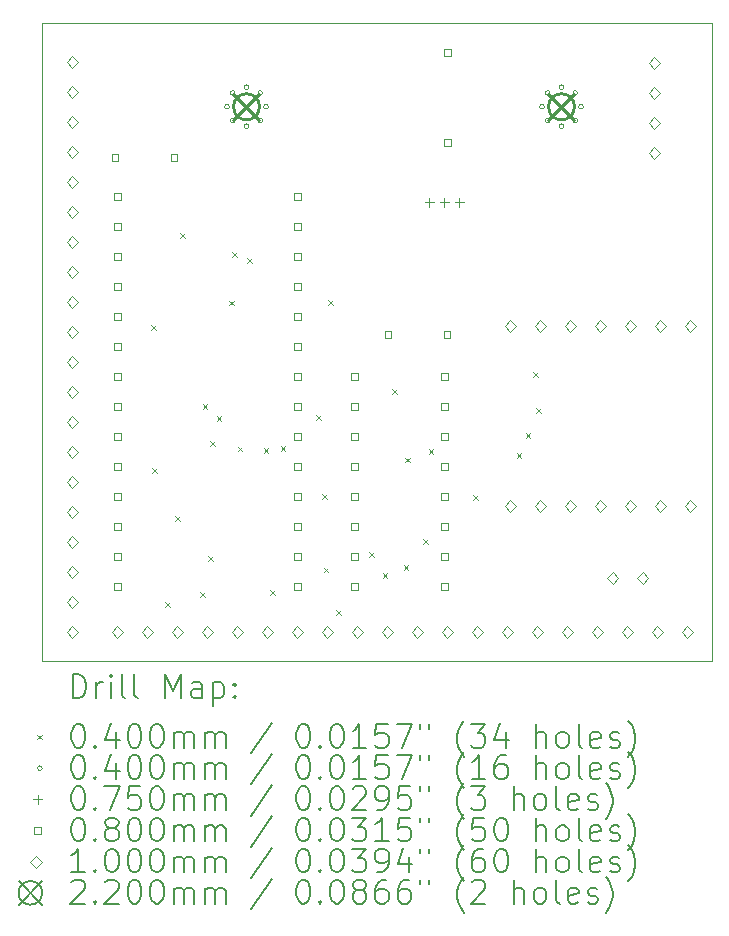
<source format=gbr>
%TF.GenerationSoftware,KiCad,Pcbnew,(6.0.11)*%
%TF.CreationDate,2024-10-09T23:18:14+02:00*%
%TF.ProjectId,kicad-c128keyb,6b696361-642d-4633-9132-386b6579622e,rev?*%
%TF.SameCoordinates,Original*%
%TF.FileFunction,Drillmap*%
%TF.FilePolarity,Positive*%
%FSLAX45Y45*%
G04 Gerber Fmt 4.5, Leading zero omitted, Abs format (unit mm)*
G04 Created by KiCad (PCBNEW (6.0.11)) date 2024-10-09 23:18:14*
%MOMM*%
%LPD*%
G01*
G04 APERTURE LIST*
%ADD10C,0.050000*%
%ADD11C,0.200000*%
%ADD12C,0.040000*%
%ADD13C,0.075000*%
%ADD14C,0.080000*%
%ADD15C,0.100000*%
%ADD16C,0.220000*%
G04 APERTURE END LIST*
D10*
X16131159Y-11906831D02*
X10464800Y-11906831D01*
X10464800Y-11906831D02*
X10464800Y-6502400D01*
X10464800Y-6502400D02*
X16131159Y-6502400D01*
X16131159Y-6502400D02*
X16131159Y-11906831D01*
D11*
D12*
X11382550Y-9060820D02*
X11422550Y-9100820D01*
X11422550Y-9060820D02*
X11382550Y-9100820D01*
X11392970Y-10271590D02*
X11432970Y-10311590D01*
X11432970Y-10271590D02*
X11392970Y-10311590D01*
X11500790Y-11405150D02*
X11540790Y-11445150D01*
X11540790Y-11405150D02*
X11500790Y-11445150D01*
X11590180Y-10676850D02*
X11630180Y-10716850D01*
X11630180Y-10676850D02*
X11590180Y-10716850D01*
X11630310Y-8282710D02*
X11670310Y-8322710D01*
X11670310Y-8282710D02*
X11630310Y-8322710D01*
X11800390Y-11323520D02*
X11840390Y-11363520D01*
X11840390Y-11323520D02*
X11800390Y-11363520D01*
X11821850Y-9732100D02*
X11861850Y-9772100D01*
X11861850Y-9732100D02*
X11821850Y-9772100D01*
X11867110Y-11018440D02*
X11907110Y-11058440D01*
X11907110Y-11018440D02*
X11867110Y-11058440D01*
X11883510Y-10046980D02*
X11923510Y-10086980D01*
X11923510Y-10046980D02*
X11883510Y-10086980D01*
X11939740Y-9836100D02*
X11979740Y-9876100D01*
X11979740Y-9836100D02*
X11939740Y-9876100D01*
X12047630Y-8854590D02*
X12087630Y-8894590D01*
X12087630Y-8854590D02*
X12047630Y-8894590D01*
X12071420Y-8444970D02*
X12111420Y-8484970D01*
X12111420Y-8444970D02*
X12071420Y-8484970D01*
X12117050Y-10091900D02*
X12157050Y-10131900D01*
X12157050Y-10091900D02*
X12117050Y-10131900D01*
X12195510Y-8492780D02*
X12235510Y-8532780D01*
X12235510Y-8492780D02*
X12195510Y-8532780D01*
X12338140Y-10106180D02*
X12378140Y-10146180D01*
X12378140Y-10106180D02*
X12338140Y-10146180D01*
X12390150Y-11309000D02*
X12430150Y-11349000D01*
X12430150Y-11309000D02*
X12390150Y-11349000D01*
X12481300Y-10087340D02*
X12521300Y-10127340D01*
X12521300Y-10087340D02*
X12481300Y-10127340D01*
X12783770Y-9822440D02*
X12823770Y-9862440D01*
X12823770Y-9822440D02*
X12783770Y-9862440D01*
X12835630Y-10494100D02*
X12875630Y-10534100D01*
X12875630Y-10494100D02*
X12835630Y-10534100D01*
X12845510Y-11116020D02*
X12885510Y-11156020D01*
X12885510Y-11116020D02*
X12845510Y-11156020D01*
X12884610Y-8850230D02*
X12924610Y-8890230D01*
X12924610Y-8850230D02*
X12884610Y-8890230D01*
X12949680Y-11477840D02*
X12989680Y-11517840D01*
X12989680Y-11477840D02*
X12949680Y-11517840D01*
X13231800Y-10984050D02*
X13271800Y-11024050D01*
X13271800Y-10984050D02*
X13231800Y-11024050D01*
X13344530Y-11165090D02*
X13384530Y-11205090D01*
X13384530Y-11165090D02*
X13344530Y-11205090D01*
X13423080Y-9605250D02*
X13463080Y-9645250D01*
X13463080Y-9605250D02*
X13423080Y-9645250D01*
X13521650Y-11092400D02*
X13561650Y-11132400D01*
X13561650Y-11092400D02*
X13521650Y-11132400D01*
X13534570Y-10184430D02*
X13574570Y-10224430D01*
X13574570Y-10184430D02*
X13534570Y-10224430D01*
X13686510Y-10875810D02*
X13726510Y-10915810D01*
X13726510Y-10875810D02*
X13686510Y-10915810D01*
X13734460Y-10111660D02*
X13774460Y-10151660D01*
X13774460Y-10111660D02*
X13734460Y-10151660D01*
X14113390Y-10502000D02*
X14153390Y-10542000D01*
X14153390Y-10502000D02*
X14113390Y-10542000D01*
X14480260Y-10147940D02*
X14520260Y-10187940D01*
X14520260Y-10147940D02*
X14480260Y-10187940D01*
X14556750Y-9974340D02*
X14596750Y-10014340D01*
X14596750Y-9974340D02*
X14556750Y-10014340D01*
X14621330Y-9461650D02*
X14661330Y-9501650D01*
X14661330Y-9461650D02*
X14621330Y-9501650D01*
X14646610Y-9765770D02*
X14686610Y-9805770D01*
X14686610Y-9765770D02*
X14646610Y-9805770D01*
X12047000Y-7213600D02*
G75*
G03*
X12047000Y-7213600I-20000J0D01*
G01*
X12095327Y-7096927D02*
G75*
G03*
X12095327Y-7096927I-20000J0D01*
G01*
X12095327Y-7330273D02*
G75*
G03*
X12095327Y-7330273I-20000J0D01*
G01*
X12212000Y-7048600D02*
G75*
G03*
X12212000Y-7048600I-20000J0D01*
G01*
X12212000Y-7378600D02*
G75*
G03*
X12212000Y-7378600I-20000J0D01*
G01*
X12328673Y-7096927D02*
G75*
G03*
X12328673Y-7096927I-20000J0D01*
G01*
X12328673Y-7330273D02*
G75*
G03*
X12328673Y-7330273I-20000J0D01*
G01*
X12377000Y-7213600D02*
G75*
G03*
X12377000Y-7213600I-20000J0D01*
G01*
X14714000Y-7213600D02*
G75*
G03*
X14714000Y-7213600I-20000J0D01*
G01*
X14762327Y-7096927D02*
G75*
G03*
X14762327Y-7096927I-20000J0D01*
G01*
X14762327Y-7330273D02*
G75*
G03*
X14762327Y-7330273I-20000J0D01*
G01*
X14879000Y-7048600D02*
G75*
G03*
X14879000Y-7048600I-20000J0D01*
G01*
X14879000Y-7378600D02*
G75*
G03*
X14879000Y-7378600I-20000J0D01*
G01*
X14995673Y-7096927D02*
G75*
G03*
X14995673Y-7096927I-20000J0D01*
G01*
X14995673Y-7330273D02*
G75*
G03*
X14995673Y-7330273I-20000J0D01*
G01*
X15044000Y-7213600D02*
G75*
G03*
X15044000Y-7213600I-20000J0D01*
G01*
D13*
X13741400Y-7986800D02*
X13741400Y-8061800D01*
X13703900Y-8024300D02*
X13778900Y-8024300D01*
X13868400Y-7986800D02*
X13868400Y-8061800D01*
X13830900Y-8024300D02*
X13905900Y-8024300D01*
X13995400Y-7986800D02*
X13995400Y-8061800D01*
X13957900Y-8024300D02*
X14032900Y-8024300D01*
D14*
X11106685Y-7673684D02*
X11106685Y-7617115D01*
X11050116Y-7617115D01*
X11050116Y-7673684D01*
X11106685Y-7673684D01*
X11127585Y-8002384D02*
X11127585Y-7945815D01*
X11071016Y-7945815D01*
X11071016Y-8002384D01*
X11127585Y-8002384D01*
X11127585Y-8256384D02*
X11127585Y-8199815D01*
X11071016Y-8199815D01*
X11071016Y-8256384D01*
X11127585Y-8256384D01*
X11127585Y-8510385D02*
X11127585Y-8453816D01*
X11071016Y-8453816D01*
X11071016Y-8510385D01*
X11127585Y-8510385D01*
X11127585Y-8764385D02*
X11127585Y-8707816D01*
X11071016Y-8707816D01*
X11071016Y-8764385D01*
X11127585Y-8764385D01*
X11127585Y-9018385D02*
X11127585Y-8961816D01*
X11071016Y-8961816D01*
X11071016Y-9018385D01*
X11127585Y-9018385D01*
X11127585Y-9272385D02*
X11127585Y-9215816D01*
X11071016Y-9215816D01*
X11071016Y-9272385D01*
X11127585Y-9272385D01*
X11127585Y-9526385D02*
X11127585Y-9469816D01*
X11071016Y-9469816D01*
X11071016Y-9526385D01*
X11127585Y-9526385D01*
X11127585Y-9780385D02*
X11127585Y-9723816D01*
X11071016Y-9723816D01*
X11071016Y-9780385D01*
X11127585Y-9780385D01*
X11127585Y-10034385D02*
X11127585Y-9977816D01*
X11071016Y-9977816D01*
X11071016Y-10034385D01*
X11127585Y-10034385D01*
X11127585Y-10288385D02*
X11127585Y-10231816D01*
X11071016Y-10231816D01*
X11071016Y-10288385D01*
X11127585Y-10288385D01*
X11127585Y-10542385D02*
X11127585Y-10485816D01*
X11071016Y-10485816D01*
X11071016Y-10542385D01*
X11127585Y-10542385D01*
X11127585Y-10796385D02*
X11127585Y-10739816D01*
X11071016Y-10739816D01*
X11071016Y-10796385D01*
X11127585Y-10796385D01*
X11127585Y-11050385D02*
X11127585Y-10993816D01*
X11071016Y-10993816D01*
X11071016Y-11050385D01*
X11127585Y-11050385D01*
X11127585Y-11304384D02*
X11127585Y-11247815D01*
X11071016Y-11247815D01*
X11071016Y-11304384D01*
X11127585Y-11304384D01*
X11606684Y-7673684D02*
X11606684Y-7617115D01*
X11550115Y-7617115D01*
X11550115Y-7673684D01*
X11606684Y-7673684D01*
X12651584Y-8002384D02*
X12651584Y-7945815D01*
X12595015Y-7945815D01*
X12595015Y-8002384D01*
X12651584Y-8002384D01*
X12651584Y-8256384D02*
X12651584Y-8199815D01*
X12595015Y-8199815D01*
X12595015Y-8256384D01*
X12651584Y-8256384D01*
X12651584Y-8510385D02*
X12651584Y-8453816D01*
X12595015Y-8453816D01*
X12595015Y-8510385D01*
X12651584Y-8510385D01*
X12651584Y-8764385D02*
X12651584Y-8707816D01*
X12595015Y-8707816D01*
X12595015Y-8764385D01*
X12651584Y-8764385D01*
X12651584Y-9018385D02*
X12651584Y-8961816D01*
X12595015Y-8961816D01*
X12595015Y-9018385D01*
X12651584Y-9018385D01*
X12651584Y-9272385D02*
X12651584Y-9215816D01*
X12595015Y-9215816D01*
X12595015Y-9272385D01*
X12651584Y-9272385D01*
X12651584Y-9526385D02*
X12651584Y-9469816D01*
X12595015Y-9469816D01*
X12595015Y-9526385D01*
X12651584Y-9526385D01*
X12651584Y-9780385D02*
X12651584Y-9723816D01*
X12595015Y-9723816D01*
X12595015Y-9780385D01*
X12651584Y-9780385D01*
X12651584Y-10034385D02*
X12651584Y-9977816D01*
X12595015Y-9977816D01*
X12595015Y-10034385D01*
X12651584Y-10034385D01*
X12651584Y-10288385D02*
X12651584Y-10231816D01*
X12595015Y-10231816D01*
X12595015Y-10288385D01*
X12651584Y-10288385D01*
X12651584Y-10542385D02*
X12651584Y-10485816D01*
X12595015Y-10485816D01*
X12595015Y-10542385D01*
X12651584Y-10542385D01*
X12651584Y-10796385D02*
X12651584Y-10739816D01*
X12595015Y-10739816D01*
X12595015Y-10796385D01*
X12651584Y-10796385D01*
X12651584Y-11050385D02*
X12651584Y-10993816D01*
X12595015Y-10993816D01*
X12595015Y-11050385D01*
X12651584Y-11050385D01*
X12651584Y-11304384D02*
X12651584Y-11247815D01*
X12595015Y-11247815D01*
X12595015Y-11304384D01*
X12651584Y-11304384D01*
X13135684Y-9526885D02*
X13135684Y-9470316D01*
X13079115Y-9470316D01*
X13079115Y-9526885D01*
X13135684Y-9526885D01*
X13135684Y-9780885D02*
X13135684Y-9724316D01*
X13079115Y-9724316D01*
X13079115Y-9780885D01*
X13135684Y-9780885D01*
X13135684Y-10034885D02*
X13135684Y-9978316D01*
X13079115Y-9978316D01*
X13079115Y-10034885D01*
X13135684Y-10034885D01*
X13135684Y-10288885D02*
X13135684Y-10232316D01*
X13079115Y-10232316D01*
X13079115Y-10288885D01*
X13135684Y-10288885D01*
X13135684Y-10542885D02*
X13135684Y-10486316D01*
X13079115Y-10486316D01*
X13079115Y-10542885D01*
X13135684Y-10542885D01*
X13135684Y-10796885D02*
X13135684Y-10740316D01*
X13079115Y-10740316D01*
X13079115Y-10796885D01*
X13135684Y-10796885D01*
X13135684Y-11050885D02*
X13135684Y-10994316D01*
X13079115Y-10994316D01*
X13079115Y-11050885D01*
X13135684Y-11050885D01*
X13135684Y-11304884D02*
X13135684Y-11248315D01*
X13079115Y-11248315D01*
X13079115Y-11304884D01*
X13135684Y-11304884D01*
X13418084Y-9172285D02*
X13418084Y-9115716D01*
X13361515Y-9115716D01*
X13361515Y-9172285D01*
X13418084Y-9172285D01*
X13897684Y-9526885D02*
X13897684Y-9470316D01*
X13841115Y-9470316D01*
X13841115Y-9526885D01*
X13897684Y-9526885D01*
X13897684Y-9780885D02*
X13897684Y-9724316D01*
X13841115Y-9724316D01*
X13841115Y-9780885D01*
X13897684Y-9780885D01*
X13897684Y-10034885D02*
X13897684Y-9978316D01*
X13841115Y-9978316D01*
X13841115Y-10034885D01*
X13897684Y-10034885D01*
X13897684Y-10288885D02*
X13897684Y-10232316D01*
X13841115Y-10232316D01*
X13841115Y-10288885D01*
X13897684Y-10288885D01*
X13897684Y-10542885D02*
X13897684Y-10486316D01*
X13841115Y-10486316D01*
X13841115Y-10542885D01*
X13897684Y-10542885D01*
X13897684Y-10796885D02*
X13897684Y-10740316D01*
X13841115Y-10740316D01*
X13841115Y-10796885D01*
X13897684Y-10796885D01*
X13897684Y-11050885D02*
X13897684Y-10994316D01*
X13841115Y-10994316D01*
X13841115Y-11050885D01*
X13897684Y-11050885D01*
X13897684Y-11304884D02*
X13897684Y-11248315D01*
X13841115Y-11248315D01*
X13841115Y-11304884D01*
X13897684Y-11304884D01*
X13918084Y-9172285D02*
X13918084Y-9115716D01*
X13861515Y-9115716D01*
X13861515Y-9172285D01*
X13918084Y-9172285D01*
X13922084Y-6784684D02*
X13922084Y-6728115D01*
X13865515Y-6728115D01*
X13865515Y-6784684D01*
X13922084Y-6784684D01*
X13922084Y-7546684D02*
X13922084Y-7490115D01*
X13865515Y-7490115D01*
X13865515Y-7546684D01*
X13922084Y-7546684D01*
D15*
X10718800Y-6882600D02*
X10768800Y-6832600D01*
X10718800Y-6782600D01*
X10668800Y-6832600D01*
X10718800Y-6882600D01*
X10718800Y-7136600D02*
X10768800Y-7086600D01*
X10718800Y-7036600D01*
X10668800Y-7086600D01*
X10718800Y-7136600D01*
X10718800Y-7390600D02*
X10768800Y-7340600D01*
X10718800Y-7290600D01*
X10668800Y-7340600D01*
X10718800Y-7390600D01*
X10718800Y-7644600D02*
X10768800Y-7594600D01*
X10718800Y-7544600D01*
X10668800Y-7594600D01*
X10718800Y-7644600D01*
X10718800Y-7898600D02*
X10768800Y-7848600D01*
X10718800Y-7798600D01*
X10668800Y-7848600D01*
X10718800Y-7898600D01*
X10718800Y-8152600D02*
X10768800Y-8102600D01*
X10718800Y-8052600D01*
X10668800Y-8102600D01*
X10718800Y-8152600D01*
X10718800Y-8406600D02*
X10768800Y-8356600D01*
X10718800Y-8306600D01*
X10668800Y-8356600D01*
X10718800Y-8406600D01*
X10718800Y-8660600D02*
X10768800Y-8610600D01*
X10718800Y-8560600D01*
X10668800Y-8610600D01*
X10718800Y-8660600D01*
X10718800Y-8914600D02*
X10768800Y-8864600D01*
X10718800Y-8814600D01*
X10668800Y-8864600D01*
X10718800Y-8914600D01*
X10718800Y-9168600D02*
X10768800Y-9118600D01*
X10718800Y-9068600D01*
X10668800Y-9118600D01*
X10718800Y-9168600D01*
X10718800Y-9422600D02*
X10768800Y-9372600D01*
X10718800Y-9322600D01*
X10668800Y-9372600D01*
X10718800Y-9422600D01*
X10718800Y-9676600D02*
X10768800Y-9626600D01*
X10718800Y-9576600D01*
X10668800Y-9626600D01*
X10718800Y-9676600D01*
X10718800Y-9930600D02*
X10768800Y-9880600D01*
X10718800Y-9830600D01*
X10668800Y-9880600D01*
X10718800Y-9930600D01*
X10718800Y-10184600D02*
X10768800Y-10134600D01*
X10718800Y-10084600D01*
X10668800Y-10134600D01*
X10718800Y-10184600D01*
X10718800Y-10438600D02*
X10768800Y-10388600D01*
X10718800Y-10338600D01*
X10668800Y-10388600D01*
X10718800Y-10438600D01*
X10718800Y-10692600D02*
X10768800Y-10642600D01*
X10718800Y-10592600D01*
X10668800Y-10642600D01*
X10718800Y-10692600D01*
X10718800Y-10946600D02*
X10768800Y-10896600D01*
X10718800Y-10846600D01*
X10668800Y-10896600D01*
X10718800Y-10946600D01*
X10718800Y-11200600D02*
X10768800Y-11150600D01*
X10718800Y-11100600D01*
X10668800Y-11150600D01*
X10718800Y-11200600D01*
X10718800Y-11454600D02*
X10768800Y-11404600D01*
X10718800Y-11354600D01*
X10668800Y-11404600D01*
X10718800Y-11454600D01*
X10718800Y-11708600D02*
X10768800Y-11658600D01*
X10718800Y-11608600D01*
X10668800Y-11658600D01*
X10718800Y-11708600D01*
X11099800Y-11708600D02*
X11149800Y-11658600D01*
X11099800Y-11608600D01*
X11049800Y-11658600D01*
X11099800Y-11708600D01*
X11353800Y-11708600D02*
X11403800Y-11658600D01*
X11353800Y-11608600D01*
X11303800Y-11658600D01*
X11353800Y-11708600D01*
X11607800Y-11708600D02*
X11657800Y-11658600D01*
X11607800Y-11608600D01*
X11557800Y-11658600D01*
X11607800Y-11708600D01*
X11861800Y-11708600D02*
X11911800Y-11658600D01*
X11861800Y-11608600D01*
X11811800Y-11658600D01*
X11861800Y-11708600D01*
X12115800Y-11708600D02*
X12165800Y-11658600D01*
X12115800Y-11608600D01*
X12065800Y-11658600D01*
X12115800Y-11708600D01*
X12369800Y-11708600D02*
X12419800Y-11658600D01*
X12369800Y-11608600D01*
X12319800Y-11658600D01*
X12369800Y-11708600D01*
X12623800Y-11708600D02*
X12673800Y-11658600D01*
X12623800Y-11608600D01*
X12573800Y-11658600D01*
X12623800Y-11708600D01*
X12877800Y-11708600D02*
X12927800Y-11658600D01*
X12877800Y-11608600D01*
X12827800Y-11658600D01*
X12877800Y-11708600D01*
X13131800Y-11708600D02*
X13181800Y-11658600D01*
X13131800Y-11608600D01*
X13081800Y-11658600D01*
X13131800Y-11708600D01*
X13385800Y-11708600D02*
X13435800Y-11658600D01*
X13385800Y-11608600D01*
X13335800Y-11658600D01*
X13385800Y-11708600D01*
X13639800Y-11708600D02*
X13689800Y-11658600D01*
X13639800Y-11608600D01*
X13589800Y-11658600D01*
X13639800Y-11708600D01*
X13893800Y-11708600D02*
X13943800Y-11658600D01*
X13893800Y-11608600D01*
X13843800Y-11658600D01*
X13893800Y-11708600D01*
X14147800Y-11708600D02*
X14197800Y-11658600D01*
X14147800Y-11608600D01*
X14097800Y-11658600D01*
X14147800Y-11708600D01*
X14401800Y-11708600D02*
X14451800Y-11658600D01*
X14401800Y-11608600D01*
X14351800Y-11658600D01*
X14401800Y-11708600D01*
X14427200Y-9117300D02*
X14477200Y-9067300D01*
X14427200Y-9017300D01*
X14377200Y-9067300D01*
X14427200Y-9117300D01*
X14427200Y-10642300D02*
X14477200Y-10592300D01*
X14427200Y-10542300D01*
X14377200Y-10592300D01*
X14427200Y-10642300D01*
X14655800Y-11708600D02*
X14705800Y-11658600D01*
X14655800Y-11608600D01*
X14605800Y-11658600D01*
X14655800Y-11708600D01*
X14681200Y-9117300D02*
X14731200Y-9067300D01*
X14681200Y-9017300D01*
X14631200Y-9067300D01*
X14681200Y-9117300D01*
X14681200Y-10642300D02*
X14731200Y-10592300D01*
X14681200Y-10542300D01*
X14631200Y-10592300D01*
X14681200Y-10642300D01*
X14909800Y-11708600D02*
X14959800Y-11658600D01*
X14909800Y-11608600D01*
X14859800Y-11658600D01*
X14909800Y-11708600D01*
X14935200Y-9117300D02*
X14985200Y-9067300D01*
X14935200Y-9017300D01*
X14885200Y-9067300D01*
X14935200Y-9117300D01*
X14935200Y-10642300D02*
X14985200Y-10592300D01*
X14935200Y-10542300D01*
X14885200Y-10592300D01*
X14935200Y-10642300D01*
X15163800Y-11708600D02*
X15213800Y-11658600D01*
X15163800Y-11608600D01*
X15113800Y-11658600D01*
X15163800Y-11708600D01*
X15189200Y-9117300D02*
X15239200Y-9067300D01*
X15189200Y-9017300D01*
X15139200Y-9067300D01*
X15189200Y-9117300D01*
X15189200Y-10642300D02*
X15239200Y-10592300D01*
X15189200Y-10542300D01*
X15139200Y-10592300D01*
X15189200Y-10642300D01*
X15291300Y-11251400D02*
X15341300Y-11201400D01*
X15291300Y-11151400D01*
X15241300Y-11201400D01*
X15291300Y-11251400D01*
X15417800Y-11708600D02*
X15467800Y-11658600D01*
X15417800Y-11608600D01*
X15367800Y-11658600D01*
X15417800Y-11708600D01*
X15443200Y-9117300D02*
X15493200Y-9067300D01*
X15443200Y-9017300D01*
X15393200Y-9067300D01*
X15443200Y-9117300D01*
X15443200Y-10642300D02*
X15493200Y-10592300D01*
X15443200Y-10542300D01*
X15393200Y-10592300D01*
X15443200Y-10642300D01*
X15545300Y-11251400D02*
X15595300Y-11201400D01*
X15545300Y-11151400D01*
X15495300Y-11201400D01*
X15545300Y-11251400D01*
X15646400Y-6895300D02*
X15696400Y-6845300D01*
X15646400Y-6795300D01*
X15596400Y-6845300D01*
X15646400Y-6895300D01*
X15646400Y-7149300D02*
X15696400Y-7099300D01*
X15646400Y-7049300D01*
X15596400Y-7099300D01*
X15646400Y-7149300D01*
X15646400Y-7403300D02*
X15696400Y-7353300D01*
X15646400Y-7303300D01*
X15596400Y-7353300D01*
X15646400Y-7403300D01*
X15646400Y-7657300D02*
X15696400Y-7607300D01*
X15646400Y-7557300D01*
X15596400Y-7607300D01*
X15646400Y-7657300D01*
X15671800Y-11708600D02*
X15721800Y-11658600D01*
X15671800Y-11608600D01*
X15621800Y-11658600D01*
X15671800Y-11708600D01*
X15697200Y-9117300D02*
X15747200Y-9067300D01*
X15697200Y-9017300D01*
X15647200Y-9067300D01*
X15697200Y-9117300D01*
X15697200Y-10642300D02*
X15747200Y-10592300D01*
X15697200Y-10542300D01*
X15647200Y-10592300D01*
X15697200Y-10642300D01*
X15925800Y-11708600D02*
X15975800Y-11658600D01*
X15925800Y-11608600D01*
X15875800Y-11658600D01*
X15925800Y-11708600D01*
X15951200Y-9117300D02*
X16001200Y-9067300D01*
X15951200Y-9017300D01*
X15901200Y-9067300D01*
X15951200Y-9117300D01*
X15951200Y-10642300D02*
X16001200Y-10592300D01*
X15951200Y-10542300D01*
X15901200Y-10592300D01*
X15951200Y-10642300D01*
D16*
X12082000Y-7103600D02*
X12302000Y-7323600D01*
X12302000Y-7103600D02*
X12082000Y-7323600D01*
X12302000Y-7213600D02*
G75*
G03*
X12302000Y-7213600I-110000J0D01*
G01*
X14749000Y-7103600D02*
X14969000Y-7323600D01*
X14969000Y-7103600D02*
X14749000Y-7323600D01*
X14969000Y-7213600D02*
G75*
G03*
X14969000Y-7213600I-110000J0D01*
G01*
D11*
X10719919Y-12219807D02*
X10719919Y-12019807D01*
X10767538Y-12019807D01*
X10796110Y-12029331D01*
X10815157Y-12048379D01*
X10824681Y-12067426D01*
X10834205Y-12105521D01*
X10834205Y-12134093D01*
X10824681Y-12172188D01*
X10815157Y-12191236D01*
X10796110Y-12210283D01*
X10767538Y-12219807D01*
X10719919Y-12219807D01*
X10919919Y-12219807D02*
X10919919Y-12086474D01*
X10919919Y-12124569D02*
X10929443Y-12105521D01*
X10938967Y-12095998D01*
X10958014Y-12086474D01*
X10977062Y-12086474D01*
X11043729Y-12219807D02*
X11043729Y-12086474D01*
X11043729Y-12019807D02*
X11034205Y-12029331D01*
X11043729Y-12038855D01*
X11053252Y-12029331D01*
X11043729Y-12019807D01*
X11043729Y-12038855D01*
X11167538Y-12219807D02*
X11148490Y-12210283D01*
X11138967Y-12191236D01*
X11138967Y-12019807D01*
X11272300Y-12219807D02*
X11253252Y-12210283D01*
X11243728Y-12191236D01*
X11243728Y-12019807D01*
X11500871Y-12219807D02*
X11500871Y-12019807D01*
X11567538Y-12162664D01*
X11634205Y-12019807D01*
X11634205Y-12219807D01*
X11815157Y-12219807D02*
X11815157Y-12115045D01*
X11805633Y-12095998D01*
X11786586Y-12086474D01*
X11748490Y-12086474D01*
X11729443Y-12095998D01*
X11815157Y-12210283D02*
X11796109Y-12219807D01*
X11748490Y-12219807D01*
X11729443Y-12210283D01*
X11719919Y-12191236D01*
X11719919Y-12172188D01*
X11729443Y-12153140D01*
X11748490Y-12143617D01*
X11796109Y-12143617D01*
X11815157Y-12134093D01*
X11910395Y-12086474D02*
X11910395Y-12286474D01*
X11910395Y-12095998D02*
X11929443Y-12086474D01*
X11967538Y-12086474D01*
X11986586Y-12095998D01*
X11996109Y-12105521D01*
X12005633Y-12124569D01*
X12005633Y-12181712D01*
X11996109Y-12200759D01*
X11986586Y-12210283D01*
X11967538Y-12219807D01*
X11929443Y-12219807D01*
X11910395Y-12210283D01*
X12091348Y-12200759D02*
X12100871Y-12210283D01*
X12091348Y-12219807D01*
X12081824Y-12210283D01*
X12091348Y-12200759D01*
X12091348Y-12219807D01*
X12091348Y-12095998D02*
X12100871Y-12105521D01*
X12091348Y-12115045D01*
X12081824Y-12105521D01*
X12091348Y-12095998D01*
X12091348Y-12115045D01*
D12*
X10422300Y-12529331D02*
X10462300Y-12569331D01*
X10462300Y-12529331D02*
X10422300Y-12569331D01*
D11*
X10758014Y-12439807D02*
X10777062Y-12439807D01*
X10796110Y-12449331D01*
X10805633Y-12458855D01*
X10815157Y-12477902D01*
X10824681Y-12515998D01*
X10824681Y-12563617D01*
X10815157Y-12601712D01*
X10805633Y-12620759D01*
X10796110Y-12630283D01*
X10777062Y-12639807D01*
X10758014Y-12639807D01*
X10738967Y-12630283D01*
X10729443Y-12620759D01*
X10719919Y-12601712D01*
X10710395Y-12563617D01*
X10710395Y-12515998D01*
X10719919Y-12477902D01*
X10729443Y-12458855D01*
X10738967Y-12449331D01*
X10758014Y-12439807D01*
X10910395Y-12620759D02*
X10919919Y-12630283D01*
X10910395Y-12639807D01*
X10900871Y-12630283D01*
X10910395Y-12620759D01*
X10910395Y-12639807D01*
X11091348Y-12506474D02*
X11091348Y-12639807D01*
X11043729Y-12430283D02*
X10996110Y-12573140D01*
X11119919Y-12573140D01*
X11234205Y-12439807D02*
X11253252Y-12439807D01*
X11272300Y-12449331D01*
X11281824Y-12458855D01*
X11291348Y-12477902D01*
X11300871Y-12515998D01*
X11300871Y-12563617D01*
X11291348Y-12601712D01*
X11281824Y-12620759D01*
X11272300Y-12630283D01*
X11253252Y-12639807D01*
X11234205Y-12639807D01*
X11215157Y-12630283D01*
X11205633Y-12620759D01*
X11196109Y-12601712D01*
X11186586Y-12563617D01*
X11186586Y-12515998D01*
X11196109Y-12477902D01*
X11205633Y-12458855D01*
X11215157Y-12449331D01*
X11234205Y-12439807D01*
X11424681Y-12439807D02*
X11443728Y-12439807D01*
X11462776Y-12449331D01*
X11472300Y-12458855D01*
X11481824Y-12477902D01*
X11491348Y-12515998D01*
X11491348Y-12563617D01*
X11481824Y-12601712D01*
X11472300Y-12620759D01*
X11462776Y-12630283D01*
X11443728Y-12639807D01*
X11424681Y-12639807D01*
X11405633Y-12630283D01*
X11396109Y-12620759D01*
X11386586Y-12601712D01*
X11377062Y-12563617D01*
X11377062Y-12515998D01*
X11386586Y-12477902D01*
X11396109Y-12458855D01*
X11405633Y-12449331D01*
X11424681Y-12439807D01*
X11577062Y-12639807D02*
X11577062Y-12506474D01*
X11577062Y-12525521D02*
X11586586Y-12515998D01*
X11605633Y-12506474D01*
X11634205Y-12506474D01*
X11653252Y-12515998D01*
X11662776Y-12535045D01*
X11662776Y-12639807D01*
X11662776Y-12535045D02*
X11672300Y-12515998D01*
X11691348Y-12506474D01*
X11719919Y-12506474D01*
X11738967Y-12515998D01*
X11748490Y-12535045D01*
X11748490Y-12639807D01*
X11843728Y-12639807D02*
X11843728Y-12506474D01*
X11843728Y-12525521D02*
X11853252Y-12515998D01*
X11872300Y-12506474D01*
X11900871Y-12506474D01*
X11919919Y-12515998D01*
X11929443Y-12535045D01*
X11929443Y-12639807D01*
X11929443Y-12535045D02*
X11938967Y-12515998D01*
X11958014Y-12506474D01*
X11986586Y-12506474D01*
X12005633Y-12515998D01*
X12015157Y-12535045D01*
X12015157Y-12639807D01*
X12405633Y-12430283D02*
X12234205Y-12687426D01*
X12662776Y-12439807D02*
X12681824Y-12439807D01*
X12700871Y-12449331D01*
X12710395Y-12458855D01*
X12719919Y-12477902D01*
X12729443Y-12515998D01*
X12729443Y-12563617D01*
X12719919Y-12601712D01*
X12710395Y-12620759D01*
X12700871Y-12630283D01*
X12681824Y-12639807D01*
X12662776Y-12639807D01*
X12643728Y-12630283D01*
X12634205Y-12620759D01*
X12624681Y-12601712D01*
X12615157Y-12563617D01*
X12615157Y-12515998D01*
X12624681Y-12477902D01*
X12634205Y-12458855D01*
X12643728Y-12449331D01*
X12662776Y-12439807D01*
X12815157Y-12620759D02*
X12824681Y-12630283D01*
X12815157Y-12639807D01*
X12805633Y-12630283D01*
X12815157Y-12620759D01*
X12815157Y-12639807D01*
X12948490Y-12439807D02*
X12967538Y-12439807D01*
X12986586Y-12449331D01*
X12996109Y-12458855D01*
X13005633Y-12477902D01*
X13015157Y-12515998D01*
X13015157Y-12563617D01*
X13005633Y-12601712D01*
X12996109Y-12620759D01*
X12986586Y-12630283D01*
X12967538Y-12639807D01*
X12948490Y-12639807D01*
X12929443Y-12630283D01*
X12919919Y-12620759D01*
X12910395Y-12601712D01*
X12900871Y-12563617D01*
X12900871Y-12515998D01*
X12910395Y-12477902D01*
X12919919Y-12458855D01*
X12929443Y-12449331D01*
X12948490Y-12439807D01*
X13205633Y-12639807D02*
X13091348Y-12639807D01*
X13148490Y-12639807D02*
X13148490Y-12439807D01*
X13129443Y-12468379D01*
X13110395Y-12487426D01*
X13091348Y-12496950D01*
X13386586Y-12439807D02*
X13291348Y-12439807D01*
X13281824Y-12535045D01*
X13291348Y-12525521D01*
X13310395Y-12515998D01*
X13358014Y-12515998D01*
X13377062Y-12525521D01*
X13386586Y-12535045D01*
X13396109Y-12554093D01*
X13396109Y-12601712D01*
X13386586Y-12620759D01*
X13377062Y-12630283D01*
X13358014Y-12639807D01*
X13310395Y-12639807D01*
X13291348Y-12630283D01*
X13281824Y-12620759D01*
X13462776Y-12439807D02*
X13596109Y-12439807D01*
X13510395Y-12639807D01*
X13662776Y-12439807D02*
X13662776Y-12477902D01*
X13738967Y-12439807D02*
X13738967Y-12477902D01*
X14034205Y-12715998D02*
X14024681Y-12706474D01*
X14005633Y-12677902D01*
X13996109Y-12658855D01*
X13986586Y-12630283D01*
X13977062Y-12582664D01*
X13977062Y-12544569D01*
X13986586Y-12496950D01*
X13996109Y-12468379D01*
X14005633Y-12449331D01*
X14024681Y-12420759D01*
X14034205Y-12411236D01*
X14091348Y-12439807D02*
X14215157Y-12439807D01*
X14148490Y-12515998D01*
X14177062Y-12515998D01*
X14196109Y-12525521D01*
X14205633Y-12535045D01*
X14215157Y-12554093D01*
X14215157Y-12601712D01*
X14205633Y-12620759D01*
X14196109Y-12630283D01*
X14177062Y-12639807D01*
X14119919Y-12639807D01*
X14100871Y-12630283D01*
X14091348Y-12620759D01*
X14386586Y-12506474D02*
X14386586Y-12639807D01*
X14338967Y-12430283D02*
X14291348Y-12573140D01*
X14415157Y-12573140D01*
X14643728Y-12639807D02*
X14643728Y-12439807D01*
X14729443Y-12639807D02*
X14729443Y-12535045D01*
X14719919Y-12515998D01*
X14700871Y-12506474D01*
X14672300Y-12506474D01*
X14653252Y-12515998D01*
X14643728Y-12525521D01*
X14853252Y-12639807D02*
X14834205Y-12630283D01*
X14824681Y-12620759D01*
X14815157Y-12601712D01*
X14815157Y-12544569D01*
X14824681Y-12525521D01*
X14834205Y-12515998D01*
X14853252Y-12506474D01*
X14881824Y-12506474D01*
X14900871Y-12515998D01*
X14910395Y-12525521D01*
X14919919Y-12544569D01*
X14919919Y-12601712D01*
X14910395Y-12620759D01*
X14900871Y-12630283D01*
X14881824Y-12639807D01*
X14853252Y-12639807D01*
X15034205Y-12639807D02*
X15015157Y-12630283D01*
X15005633Y-12611236D01*
X15005633Y-12439807D01*
X15186586Y-12630283D02*
X15167538Y-12639807D01*
X15129443Y-12639807D01*
X15110395Y-12630283D01*
X15100871Y-12611236D01*
X15100871Y-12535045D01*
X15110395Y-12515998D01*
X15129443Y-12506474D01*
X15167538Y-12506474D01*
X15186586Y-12515998D01*
X15196109Y-12535045D01*
X15196109Y-12554093D01*
X15100871Y-12573140D01*
X15272300Y-12630283D02*
X15291348Y-12639807D01*
X15329443Y-12639807D01*
X15348490Y-12630283D01*
X15358014Y-12611236D01*
X15358014Y-12601712D01*
X15348490Y-12582664D01*
X15329443Y-12573140D01*
X15300871Y-12573140D01*
X15281824Y-12563617D01*
X15272300Y-12544569D01*
X15272300Y-12535045D01*
X15281824Y-12515998D01*
X15300871Y-12506474D01*
X15329443Y-12506474D01*
X15348490Y-12515998D01*
X15424681Y-12715998D02*
X15434205Y-12706474D01*
X15453252Y-12677902D01*
X15462776Y-12658855D01*
X15472300Y-12630283D01*
X15481824Y-12582664D01*
X15481824Y-12544569D01*
X15472300Y-12496950D01*
X15462776Y-12468379D01*
X15453252Y-12449331D01*
X15434205Y-12420759D01*
X15424681Y-12411236D01*
D12*
X10462300Y-12813331D02*
G75*
G03*
X10462300Y-12813331I-20000J0D01*
G01*
D11*
X10758014Y-12703807D02*
X10777062Y-12703807D01*
X10796110Y-12713331D01*
X10805633Y-12722855D01*
X10815157Y-12741902D01*
X10824681Y-12779998D01*
X10824681Y-12827617D01*
X10815157Y-12865712D01*
X10805633Y-12884759D01*
X10796110Y-12894283D01*
X10777062Y-12903807D01*
X10758014Y-12903807D01*
X10738967Y-12894283D01*
X10729443Y-12884759D01*
X10719919Y-12865712D01*
X10710395Y-12827617D01*
X10710395Y-12779998D01*
X10719919Y-12741902D01*
X10729443Y-12722855D01*
X10738967Y-12713331D01*
X10758014Y-12703807D01*
X10910395Y-12884759D02*
X10919919Y-12894283D01*
X10910395Y-12903807D01*
X10900871Y-12894283D01*
X10910395Y-12884759D01*
X10910395Y-12903807D01*
X11091348Y-12770474D02*
X11091348Y-12903807D01*
X11043729Y-12694283D02*
X10996110Y-12837140D01*
X11119919Y-12837140D01*
X11234205Y-12703807D02*
X11253252Y-12703807D01*
X11272300Y-12713331D01*
X11281824Y-12722855D01*
X11291348Y-12741902D01*
X11300871Y-12779998D01*
X11300871Y-12827617D01*
X11291348Y-12865712D01*
X11281824Y-12884759D01*
X11272300Y-12894283D01*
X11253252Y-12903807D01*
X11234205Y-12903807D01*
X11215157Y-12894283D01*
X11205633Y-12884759D01*
X11196109Y-12865712D01*
X11186586Y-12827617D01*
X11186586Y-12779998D01*
X11196109Y-12741902D01*
X11205633Y-12722855D01*
X11215157Y-12713331D01*
X11234205Y-12703807D01*
X11424681Y-12703807D02*
X11443728Y-12703807D01*
X11462776Y-12713331D01*
X11472300Y-12722855D01*
X11481824Y-12741902D01*
X11491348Y-12779998D01*
X11491348Y-12827617D01*
X11481824Y-12865712D01*
X11472300Y-12884759D01*
X11462776Y-12894283D01*
X11443728Y-12903807D01*
X11424681Y-12903807D01*
X11405633Y-12894283D01*
X11396109Y-12884759D01*
X11386586Y-12865712D01*
X11377062Y-12827617D01*
X11377062Y-12779998D01*
X11386586Y-12741902D01*
X11396109Y-12722855D01*
X11405633Y-12713331D01*
X11424681Y-12703807D01*
X11577062Y-12903807D02*
X11577062Y-12770474D01*
X11577062Y-12789521D02*
X11586586Y-12779998D01*
X11605633Y-12770474D01*
X11634205Y-12770474D01*
X11653252Y-12779998D01*
X11662776Y-12799045D01*
X11662776Y-12903807D01*
X11662776Y-12799045D02*
X11672300Y-12779998D01*
X11691348Y-12770474D01*
X11719919Y-12770474D01*
X11738967Y-12779998D01*
X11748490Y-12799045D01*
X11748490Y-12903807D01*
X11843728Y-12903807D02*
X11843728Y-12770474D01*
X11843728Y-12789521D02*
X11853252Y-12779998D01*
X11872300Y-12770474D01*
X11900871Y-12770474D01*
X11919919Y-12779998D01*
X11929443Y-12799045D01*
X11929443Y-12903807D01*
X11929443Y-12799045D02*
X11938967Y-12779998D01*
X11958014Y-12770474D01*
X11986586Y-12770474D01*
X12005633Y-12779998D01*
X12015157Y-12799045D01*
X12015157Y-12903807D01*
X12405633Y-12694283D02*
X12234205Y-12951426D01*
X12662776Y-12703807D02*
X12681824Y-12703807D01*
X12700871Y-12713331D01*
X12710395Y-12722855D01*
X12719919Y-12741902D01*
X12729443Y-12779998D01*
X12729443Y-12827617D01*
X12719919Y-12865712D01*
X12710395Y-12884759D01*
X12700871Y-12894283D01*
X12681824Y-12903807D01*
X12662776Y-12903807D01*
X12643728Y-12894283D01*
X12634205Y-12884759D01*
X12624681Y-12865712D01*
X12615157Y-12827617D01*
X12615157Y-12779998D01*
X12624681Y-12741902D01*
X12634205Y-12722855D01*
X12643728Y-12713331D01*
X12662776Y-12703807D01*
X12815157Y-12884759D02*
X12824681Y-12894283D01*
X12815157Y-12903807D01*
X12805633Y-12894283D01*
X12815157Y-12884759D01*
X12815157Y-12903807D01*
X12948490Y-12703807D02*
X12967538Y-12703807D01*
X12986586Y-12713331D01*
X12996109Y-12722855D01*
X13005633Y-12741902D01*
X13015157Y-12779998D01*
X13015157Y-12827617D01*
X13005633Y-12865712D01*
X12996109Y-12884759D01*
X12986586Y-12894283D01*
X12967538Y-12903807D01*
X12948490Y-12903807D01*
X12929443Y-12894283D01*
X12919919Y-12884759D01*
X12910395Y-12865712D01*
X12900871Y-12827617D01*
X12900871Y-12779998D01*
X12910395Y-12741902D01*
X12919919Y-12722855D01*
X12929443Y-12713331D01*
X12948490Y-12703807D01*
X13205633Y-12903807D02*
X13091348Y-12903807D01*
X13148490Y-12903807D02*
X13148490Y-12703807D01*
X13129443Y-12732379D01*
X13110395Y-12751426D01*
X13091348Y-12760950D01*
X13386586Y-12703807D02*
X13291348Y-12703807D01*
X13281824Y-12799045D01*
X13291348Y-12789521D01*
X13310395Y-12779998D01*
X13358014Y-12779998D01*
X13377062Y-12789521D01*
X13386586Y-12799045D01*
X13396109Y-12818093D01*
X13396109Y-12865712D01*
X13386586Y-12884759D01*
X13377062Y-12894283D01*
X13358014Y-12903807D01*
X13310395Y-12903807D01*
X13291348Y-12894283D01*
X13281824Y-12884759D01*
X13462776Y-12703807D02*
X13596109Y-12703807D01*
X13510395Y-12903807D01*
X13662776Y-12703807D02*
X13662776Y-12741902D01*
X13738967Y-12703807D02*
X13738967Y-12741902D01*
X14034205Y-12979998D02*
X14024681Y-12970474D01*
X14005633Y-12941902D01*
X13996109Y-12922855D01*
X13986586Y-12894283D01*
X13977062Y-12846664D01*
X13977062Y-12808569D01*
X13986586Y-12760950D01*
X13996109Y-12732379D01*
X14005633Y-12713331D01*
X14024681Y-12684759D01*
X14034205Y-12675236D01*
X14215157Y-12903807D02*
X14100871Y-12903807D01*
X14158014Y-12903807D02*
X14158014Y-12703807D01*
X14138967Y-12732379D01*
X14119919Y-12751426D01*
X14100871Y-12760950D01*
X14386586Y-12703807D02*
X14348490Y-12703807D01*
X14329443Y-12713331D01*
X14319919Y-12722855D01*
X14300871Y-12751426D01*
X14291348Y-12789521D01*
X14291348Y-12865712D01*
X14300871Y-12884759D01*
X14310395Y-12894283D01*
X14329443Y-12903807D01*
X14367538Y-12903807D01*
X14386586Y-12894283D01*
X14396109Y-12884759D01*
X14405633Y-12865712D01*
X14405633Y-12818093D01*
X14396109Y-12799045D01*
X14386586Y-12789521D01*
X14367538Y-12779998D01*
X14329443Y-12779998D01*
X14310395Y-12789521D01*
X14300871Y-12799045D01*
X14291348Y-12818093D01*
X14643728Y-12903807D02*
X14643728Y-12703807D01*
X14729443Y-12903807D02*
X14729443Y-12799045D01*
X14719919Y-12779998D01*
X14700871Y-12770474D01*
X14672300Y-12770474D01*
X14653252Y-12779998D01*
X14643728Y-12789521D01*
X14853252Y-12903807D02*
X14834205Y-12894283D01*
X14824681Y-12884759D01*
X14815157Y-12865712D01*
X14815157Y-12808569D01*
X14824681Y-12789521D01*
X14834205Y-12779998D01*
X14853252Y-12770474D01*
X14881824Y-12770474D01*
X14900871Y-12779998D01*
X14910395Y-12789521D01*
X14919919Y-12808569D01*
X14919919Y-12865712D01*
X14910395Y-12884759D01*
X14900871Y-12894283D01*
X14881824Y-12903807D01*
X14853252Y-12903807D01*
X15034205Y-12903807D02*
X15015157Y-12894283D01*
X15005633Y-12875236D01*
X15005633Y-12703807D01*
X15186586Y-12894283D02*
X15167538Y-12903807D01*
X15129443Y-12903807D01*
X15110395Y-12894283D01*
X15100871Y-12875236D01*
X15100871Y-12799045D01*
X15110395Y-12779998D01*
X15129443Y-12770474D01*
X15167538Y-12770474D01*
X15186586Y-12779998D01*
X15196109Y-12799045D01*
X15196109Y-12818093D01*
X15100871Y-12837140D01*
X15272300Y-12894283D02*
X15291348Y-12903807D01*
X15329443Y-12903807D01*
X15348490Y-12894283D01*
X15358014Y-12875236D01*
X15358014Y-12865712D01*
X15348490Y-12846664D01*
X15329443Y-12837140D01*
X15300871Y-12837140D01*
X15281824Y-12827617D01*
X15272300Y-12808569D01*
X15272300Y-12799045D01*
X15281824Y-12779998D01*
X15300871Y-12770474D01*
X15329443Y-12770474D01*
X15348490Y-12779998D01*
X15424681Y-12979998D02*
X15434205Y-12970474D01*
X15453252Y-12941902D01*
X15462776Y-12922855D01*
X15472300Y-12894283D01*
X15481824Y-12846664D01*
X15481824Y-12808569D01*
X15472300Y-12760950D01*
X15462776Y-12732379D01*
X15453252Y-12713331D01*
X15434205Y-12684759D01*
X15424681Y-12675236D01*
D13*
X10424800Y-13039831D02*
X10424800Y-13114831D01*
X10387300Y-13077331D02*
X10462300Y-13077331D01*
D11*
X10758014Y-12967807D02*
X10777062Y-12967807D01*
X10796110Y-12977331D01*
X10805633Y-12986855D01*
X10815157Y-13005902D01*
X10824681Y-13043998D01*
X10824681Y-13091617D01*
X10815157Y-13129712D01*
X10805633Y-13148759D01*
X10796110Y-13158283D01*
X10777062Y-13167807D01*
X10758014Y-13167807D01*
X10738967Y-13158283D01*
X10729443Y-13148759D01*
X10719919Y-13129712D01*
X10710395Y-13091617D01*
X10710395Y-13043998D01*
X10719919Y-13005902D01*
X10729443Y-12986855D01*
X10738967Y-12977331D01*
X10758014Y-12967807D01*
X10910395Y-13148759D02*
X10919919Y-13158283D01*
X10910395Y-13167807D01*
X10900871Y-13158283D01*
X10910395Y-13148759D01*
X10910395Y-13167807D01*
X10986586Y-12967807D02*
X11119919Y-12967807D01*
X11034205Y-13167807D01*
X11291348Y-12967807D02*
X11196109Y-12967807D01*
X11186586Y-13063045D01*
X11196109Y-13053521D01*
X11215157Y-13043998D01*
X11262776Y-13043998D01*
X11281824Y-13053521D01*
X11291348Y-13063045D01*
X11300871Y-13082093D01*
X11300871Y-13129712D01*
X11291348Y-13148759D01*
X11281824Y-13158283D01*
X11262776Y-13167807D01*
X11215157Y-13167807D01*
X11196109Y-13158283D01*
X11186586Y-13148759D01*
X11424681Y-12967807D02*
X11443728Y-12967807D01*
X11462776Y-12977331D01*
X11472300Y-12986855D01*
X11481824Y-13005902D01*
X11491348Y-13043998D01*
X11491348Y-13091617D01*
X11481824Y-13129712D01*
X11472300Y-13148759D01*
X11462776Y-13158283D01*
X11443728Y-13167807D01*
X11424681Y-13167807D01*
X11405633Y-13158283D01*
X11396109Y-13148759D01*
X11386586Y-13129712D01*
X11377062Y-13091617D01*
X11377062Y-13043998D01*
X11386586Y-13005902D01*
X11396109Y-12986855D01*
X11405633Y-12977331D01*
X11424681Y-12967807D01*
X11577062Y-13167807D02*
X11577062Y-13034474D01*
X11577062Y-13053521D02*
X11586586Y-13043998D01*
X11605633Y-13034474D01*
X11634205Y-13034474D01*
X11653252Y-13043998D01*
X11662776Y-13063045D01*
X11662776Y-13167807D01*
X11662776Y-13063045D02*
X11672300Y-13043998D01*
X11691348Y-13034474D01*
X11719919Y-13034474D01*
X11738967Y-13043998D01*
X11748490Y-13063045D01*
X11748490Y-13167807D01*
X11843728Y-13167807D02*
X11843728Y-13034474D01*
X11843728Y-13053521D02*
X11853252Y-13043998D01*
X11872300Y-13034474D01*
X11900871Y-13034474D01*
X11919919Y-13043998D01*
X11929443Y-13063045D01*
X11929443Y-13167807D01*
X11929443Y-13063045D02*
X11938967Y-13043998D01*
X11958014Y-13034474D01*
X11986586Y-13034474D01*
X12005633Y-13043998D01*
X12015157Y-13063045D01*
X12015157Y-13167807D01*
X12405633Y-12958283D02*
X12234205Y-13215426D01*
X12662776Y-12967807D02*
X12681824Y-12967807D01*
X12700871Y-12977331D01*
X12710395Y-12986855D01*
X12719919Y-13005902D01*
X12729443Y-13043998D01*
X12729443Y-13091617D01*
X12719919Y-13129712D01*
X12710395Y-13148759D01*
X12700871Y-13158283D01*
X12681824Y-13167807D01*
X12662776Y-13167807D01*
X12643728Y-13158283D01*
X12634205Y-13148759D01*
X12624681Y-13129712D01*
X12615157Y-13091617D01*
X12615157Y-13043998D01*
X12624681Y-13005902D01*
X12634205Y-12986855D01*
X12643728Y-12977331D01*
X12662776Y-12967807D01*
X12815157Y-13148759D02*
X12824681Y-13158283D01*
X12815157Y-13167807D01*
X12805633Y-13158283D01*
X12815157Y-13148759D01*
X12815157Y-13167807D01*
X12948490Y-12967807D02*
X12967538Y-12967807D01*
X12986586Y-12977331D01*
X12996109Y-12986855D01*
X13005633Y-13005902D01*
X13015157Y-13043998D01*
X13015157Y-13091617D01*
X13005633Y-13129712D01*
X12996109Y-13148759D01*
X12986586Y-13158283D01*
X12967538Y-13167807D01*
X12948490Y-13167807D01*
X12929443Y-13158283D01*
X12919919Y-13148759D01*
X12910395Y-13129712D01*
X12900871Y-13091617D01*
X12900871Y-13043998D01*
X12910395Y-13005902D01*
X12919919Y-12986855D01*
X12929443Y-12977331D01*
X12948490Y-12967807D01*
X13091348Y-12986855D02*
X13100871Y-12977331D01*
X13119919Y-12967807D01*
X13167538Y-12967807D01*
X13186586Y-12977331D01*
X13196109Y-12986855D01*
X13205633Y-13005902D01*
X13205633Y-13024950D01*
X13196109Y-13053521D01*
X13081824Y-13167807D01*
X13205633Y-13167807D01*
X13300871Y-13167807D02*
X13338967Y-13167807D01*
X13358014Y-13158283D01*
X13367538Y-13148759D01*
X13386586Y-13120188D01*
X13396109Y-13082093D01*
X13396109Y-13005902D01*
X13386586Y-12986855D01*
X13377062Y-12977331D01*
X13358014Y-12967807D01*
X13319919Y-12967807D01*
X13300871Y-12977331D01*
X13291348Y-12986855D01*
X13281824Y-13005902D01*
X13281824Y-13053521D01*
X13291348Y-13072569D01*
X13300871Y-13082093D01*
X13319919Y-13091617D01*
X13358014Y-13091617D01*
X13377062Y-13082093D01*
X13386586Y-13072569D01*
X13396109Y-13053521D01*
X13577062Y-12967807D02*
X13481824Y-12967807D01*
X13472300Y-13063045D01*
X13481824Y-13053521D01*
X13500871Y-13043998D01*
X13548490Y-13043998D01*
X13567538Y-13053521D01*
X13577062Y-13063045D01*
X13586586Y-13082093D01*
X13586586Y-13129712D01*
X13577062Y-13148759D01*
X13567538Y-13158283D01*
X13548490Y-13167807D01*
X13500871Y-13167807D01*
X13481824Y-13158283D01*
X13472300Y-13148759D01*
X13662776Y-12967807D02*
X13662776Y-13005902D01*
X13738967Y-12967807D02*
X13738967Y-13005902D01*
X14034205Y-13243998D02*
X14024681Y-13234474D01*
X14005633Y-13205902D01*
X13996109Y-13186855D01*
X13986586Y-13158283D01*
X13977062Y-13110664D01*
X13977062Y-13072569D01*
X13986586Y-13024950D01*
X13996109Y-12996379D01*
X14005633Y-12977331D01*
X14024681Y-12948759D01*
X14034205Y-12939236D01*
X14091348Y-12967807D02*
X14215157Y-12967807D01*
X14148490Y-13043998D01*
X14177062Y-13043998D01*
X14196109Y-13053521D01*
X14205633Y-13063045D01*
X14215157Y-13082093D01*
X14215157Y-13129712D01*
X14205633Y-13148759D01*
X14196109Y-13158283D01*
X14177062Y-13167807D01*
X14119919Y-13167807D01*
X14100871Y-13158283D01*
X14091348Y-13148759D01*
X14453252Y-13167807D02*
X14453252Y-12967807D01*
X14538967Y-13167807D02*
X14538967Y-13063045D01*
X14529443Y-13043998D01*
X14510395Y-13034474D01*
X14481824Y-13034474D01*
X14462776Y-13043998D01*
X14453252Y-13053521D01*
X14662776Y-13167807D02*
X14643728Y-13158283D01*
X14634205Y-13148759D01*
X14624681Y-13129712D01*
X14624681Y-13072569D01*
X14634205Y-13053521D01*
X14643728Y-13043998D01*
X14662776Y-13034474D01*
X14691348Y-13034474D01*
X14710395Y-13043998D01*
X14719919Y-13053521D01*
X14729443Y-13072569D01*
X14729443Y-13129712D01*
X14719919Y-13148759D01*
X14710395Y-13158283D01*
X14691348Y-13167807D01*
X14662776Y-13167807D01*
X14843728Y-13167807D02*
X14824681Y-13158283D01*
X14815157Y-13139236D01*
X14815157Y-12967807D01*
X14996109Y-13158283D02*
X14977062Y-13167807D01*
X14938967Y-13167807D01*
X14919919Y-13158283D01*
X14910395Y-13139236D01*
X14910395Y-13063045D01*
X14919919Y-13043998D01*
X14938967Y-13034474D01*
X14977062Y-13034474D01*
X14996109Y-13043998D01*
X15005633Y-13063045D01*
X15005633Y-13082093D01*
X14910395Y-13101140D01*
X15081824Y-13158283D02*
X15100871Y-13167807D01*
X15138967Y-13167807D01*
X15158014Y-13158283D01*
X15167538Y-13139236D01*
X15167538Y-13129712D01*
X15158014Y-13110664D01*
X15138967Y-13101140D01*
X15110395Y-13101140D01*
X15091348Y-13091617D01*
X15081824Y-13072569D01*
X15081824Y-13063045D01*
X15091348Y-13043998D01*
X15110395Y-13034474D01*
X15138967Y-13034474D01*
X15158014Y-13043998D01*
X15234205Y-13243998D02*
X15243728Y-13234474D01*
X15262776Y-13205902D01*
X15272300Y-13186855D01*
X15281824Y-13158283D01*
X15291348Y-13110664D01*
X15291348Y-13072569D01*
X15281824Y-13024950D01*
X15272300Y-12996379D01*
X15262776Y-12977331D01*
X15243728Y-12948759D01*
X15234205Y-12939236D01*
D14*
X10450585Y-13369615D02*
X10450585Y-13313046D01*
X10394016Y-13313046D01*
X10394016Y-13369615D01*
X10450585Y-13369615D01*
D11*
X10758014Y-13231807D02*
X10777062Y-13231807D01*
X10796110Y-13241331D01*
X10805633Y-13250855D01*
X10815157Y-13269902D01*
X10824681Y-13307998D01*
X10824681Y-13355617D01*
X10815157Y-13393712D01*
X10805633Y-13412759D01*
X10796110Y-13422283D01*
X10777062Y-13431807D01*
X10758014Y-13431807D01*
X10738967Y-13422283D01*
X10729443Y-13412759D01*
X10719919Y-13393712D01*
X10710395Y-13355617D01*
X10710395Y-13307998D01*
X10719919Y-13269902D01*
X10729443Y-13250855D01*
X10738967Y-13241331D01*
X10758014Y-13231807D01*
X10910395Y-13412759D02*
X10919919Y-13422283D01*
X10910395Y-13431807D01*
X10900871Y-13422283D01*
X10910395Y-13412759D01*
X10910395Y-13431807D01*
X11034205Y-13317521D02*
X11015157Y-13307998D01*
X11005633Y-13298474D01*
X10996110Y-13279426D01*
X10996110Y-13269902D01*
X11005633Y-13250855D01*
X11015157Y-13241331D01*
X11034205Y-13231807D01*
X11072300Y-13231807D01*
X11091348Y-13241331D01*
X11100871Y-13250855D01*
X11110395Y-13269902D01*
X11110395Y-13279426D01*
X11100871Y-13298474D01*
X11091348Y-13307998D01*
X11072300Y-13317521D01*
X11034205Y-13317521D01*
X11015157Y-13327045D01*
X11005633Y-13336569D01*
X10996110Y-13355617D01*
X10996110Y-13393712D01*
X11005633Y-13412759D01*
X11015157Y-13422283D01*
X11034205Y-13431807D01*
X11072300Y-13431807D01*
X11091348Y-13422283D01*
X11100871Y-13412759D01*
X11110395Y-13393712D01*
X11110395Y-13355617D01*
X11100871Y-13336569D01*
X11091348Y-13327045D01*
X11072300Y-13317521D01*
X11234205Y-13231807D02*
X11253252Y-13231807D01*
X11272300Y-13241331D01*
X11281824Y-13250855D01*
X11291348Y-13269902D01*
X11300871Y-13307998D01*
X11300871Y-13355617D01*
X11291348Y-13393712D01*
X11281824Y-13412759D01*
X11272300Y-13422283D01*
X11253252Y-13431807D01*
X11234205Y-13431807D01*
X11215157Y-13422283D01*
X11205633Y-13412759D01*
X11196109Y-13393712D01*
X11186586Y-13355617D01*
X11186586Y-13307998D01*
X11196109Y-13269902D01*
X11205633Y-13250855D01*
X11215157Y-13241331D01*
X11234205Y-13231807D01*
X11424681Y-13231807D02*
X11443728Y-13231807D01*
X11462776Y-13241331D01*
X11472300Y-13250855D01*
X11481824Y-13269902D01*
X11491348Y-13307998D01*
X11491348Y-13355617D01*
X11481824Y-13393712D01*
X11472300Y-13412759D01*
X11462776Y-13422283D01*
X11443728Y-13431807D01*
X11424681Y-13431807D01*
X11405633Y-13422283D01*
X11396109Y-13412759D01*
X11386586Y-13393712D01*
X11377062Y-13355617D01*
X11377062Y-13307998D01*
X11386586Y-13269902D01*
X11396109Y-13250855D01*
X11405633Y-13241331D01*
X11424681Y-13231807D01*
X11577062Y-13431807D02*
X11577062Y-13298474D01*
X11577062Y-13317521D02*
X11586586Y-13307998D01*
X11605633Y-13298474D01*
X11634205Y-13298474D01*
X11653252Y-13307998D01*
X11662776Y-13327045D01*
X11662776Y-13431807D01*
X11662776Y-13327045D02*
X11672300Y-13307998D01*
X11691348Y-13298474D01*
X11719919Y-13298474D01*
X11738967Y-13307998D01*
X11748490Y-13327045D01*
X11748490Y-13431807D01*
X11843728Y-13431807D02*
X11843728Y-13298474D01*
X11843728Y-13317521D02*
X11853252Y-13307998D01*
X11872300Y-13298474D01*
X11900871Y-13298474D01*
X11919919Y-13307998D01*
X11929443Y-13327045D01*
X11929443Y-13431807D01*
X11929443Y-13327045D02*
X11938967Y-13307998D01*
X11958014Y-13298474D01*
X11986586Y-13298474D01*
X12005633Y-13307998D01*
X12015157Y-13327045D01*
X12015157Y-13431807D01*
X12405633Y-13222283D02*
X12234205Y-13479426D01*
X12662776Y-13231807D02*
X12681824Y-13231807D01*
X12700871Y-13241331D01*
X12710395Y-13250855D01*
X12719919Y-13269902D01*
X12729443Y-13307998D01*
X12729443Y-13355617D01*
X12719919Y-13393712D01*
X12710395Y-13412759D01*
X12700871Y-13422283D01*
X12681824Y-13431807D01*
X12662776Y-13431807D01*
X12643728Y-13422283D01*
X12634205Y-13412759D01*
X12624681Y-13393712D01*
X12615157Y-13355617D01*
X12615157Y-13307998D01*
X12624681Y-13269902D01*
X12634205Y-13250855D01*
X12643728Y-13241331D01*
X12662776Y-13231807D01*
X12815157Y-13412759D02*
X12824681Y-13422283D01*
X12815157Y-13431807D01*
X12805633Y-13422283D01*
X12815157Y-13412759D01*
X12815157Y-13431807D01*
X12948490Y-13231807D02*
X12967538Y-13231807D01*
X12986586Y-13241331D01*
X12996109Y-13250855D01*
X13005633Y-13269902D01*
X13015157Y-13307998D01*
X13015157Y-13355617D01*
X13005633Y-13393712D01*
X12996109Y-13412759D01*
X12986586Y-13422283D01*
X12967538Y-13431807D01*
X12948490Y-13431807D01*
X12929443Y-13422283D01*
X12919919Y-13412759D01*
X12910395Y-13393712D01*
X12900871Y-13355617D01*
X12900871Y-13307998D01*
X12910395Y-13269902D01*
X12919919Y-13250855D01*
X12929443Y-13241331D01*
X12948490Y-13231807D01*
X13081824Y-13231807D02*
X13205633Y-13231807D01*
X13138967Y-13307998D01*
X13167538Y-13307998D01*
X13186586Y-13317521D01*
X13196109Y-13327045D01*
X13205633Y-13346093D01*
X13205633Y-13393712D01*
X13196109Y-13412759D01*
X13186586Y-13422283D01*
X13167538Y-13431807D01*
X13110395Y-13431807D01*
X13091348Y-13422283D01*
X13081824Y-13412759D01*
X13396109Y-13431807D02*
X13281824Y-13431807D01*
X13338967Y-13431807D02*
X13338967Y-13231807D01*
X13319919Y-13260379D01*
X13300871Y-13279426D01*
X13281824Y-13288950D01*
X13577062Y-13231807D02*
X13481824Y-13231807D01*
X13472300Y-13327045D01*
X13481824Y-13317521D01*
X13500871Y-13307998D01*
X13548490Y-13307998D01*
X13567538Y-13317521D01*
X13577062Y-13327045D01*
X13586586Y-13346093D01*
X13586586Y-13393712D01*
X13577062Y-13412759D01*
X13567538Y-13422283D01*
X13548490Y-13431807D01*
X13500871Y-13431807D01*
X13481824Y-13422283D01*
X13472300Y-13412759D01*
X13662776Y-13231807D02*
X13662776Y-13269902D01*
X13738967Y-13231807D02*
X13738967Y-13269902D01*
X14034205Y-13507998D02*
X14024681Y-13498474D01*
X14005633Y-13469902D01*
X13996109Y-13450855D01*
X13986586Y-13422283D01*
X13977062Y-13374664D01*
X13977062Y-13336569D01*
X13986586Y-13288950D01*
X13996109Y-13260379D01*
X14005633Y-13241331D01*
X14024681Y-13212759D01*
X14034205Y-13203236D01*
X14205633Y-13231807D02*
X14110395Y-13231807D01*
X14100871Y-13327045D01*
X14110395Y-13317521D01*
X14129443Y-13307998D01*
X14177062Y-13307998D01*
X14196109Y-13317521D01*
X14205633Y-13327045D01*
X14215157Y-13346093D01*
X14215157Y-13393712D01*
X14205633Y-13412759D01*
X14196109Y-13422283D01*
X14177062Y-13431807D01*
X14129443Y-13431807D01*
X14110395Y-13422283D01*
X14100871Y-13412759D01*
X14338967Y-13231807D02*
X14358014Y-13231807D01*
X14377062Y-13241331D01*
X14386586Y-13250855D01*
X14396109Y-13269902D01*
X14405633Y-13307998D01*
X14405633Y-13355617D01*
X14396109Y-13393712D01*
X14386586Y-13412759D01*
X14377062Y-13422283D01*
X14358014Y-13431807D01*
X14338967Y-13431807D01*
X14319919Y-13422283D01*
X14310395Y-13412759D01*
X14300871Y-13393712D01*
X14291348Y-13355617D01*
X14291348Y-13307998D01*
X14300871Y-13269902D01*
X14310395Y-13250855D01*
X14319919Y-13241331D01*
X14338967Y-13231807D01*
X14643728Y-13431807D02*
X14643728Y-13231807D01*
X14729443Y-13431807D02*
X14729443Y-13327045D01*
X14719919Y-13307998D01*
X14700871Y-13298474D01*
X14672300Y-13298474D01*
X14653252Y-13307998D01*
X14643728Y-13317521D01*
X14853252Y-13431807D02*
X14834205Y-13422283D01*
X14824681Y-13412759D01*
X14815157Y-13393712D01*
X14815157Y-13336569D01*
X14824681Y-13317521D01*
X14834205Y-13307998D01*
X14853252Y-13298474D01*
X14881824Y-13298474D01*
X14900871Y-13307998D01*
X14910395Y-13317521D01*
X14919919Y-13336569D01*
X14919919Y-13393712D01*
X14910395Y-13412759D01*
X14900871Y-13422283D01*
X14881824Y-13431807D01*
X14853252Y-13431807D01*
X15034205Y-13431807D02*
X15015157Y-13422283D01*
X15005633Y-13403236D01*
X15005633Y-13231807D01*
X15186586Y-13422283D02*
X15167538Y-13431807D01*
X15129443Y-13431807D01*
X15110395Y-13422283D01*
X15100871Y-13403236D01*
X15100871Y-13327045D01*
X15110395Y-13307998D01*
X15129443Y-13298474D01*
X15167538Y-13298474D01*
X15186586Y-13307998D01*
X15196109Y-13327045D01*
X15196109Y-13346093D01*
X15100871Y-13365140D01*
X15272300Y-13422283D02*
X15291348Y-13431807D01*
X15329443Y-13431807D01*
X15348490Y-13422283D01*
X15358014Y-13403236D01*
X15358014Y-13393712D01*
X15348490Y-13374664D01*
X15329443Y-13365140D01*
X15300871Y-13365140D01*
X15281824Y-13355617D01*
X15272300Y-13336569D01*
X15272300Y-13327045D01*
X15281824Y-13307998D01*
X15300871Y-13298474D01*
X15329443Y-13298474D01*
X15348490Y-13307998D01*
X15424681Y-13507998D02*
X15434205Y-13498474D01*
X15453252Y-13469902D01*
X15462776Y-13450855D01*
X15472300Y-13422283D01*
X15481824Y-13374664D01*
X15481824Y-13336569D01*
X15472300Y-13288950D01*
X15462776Y-13260379D01*
X15453252Y-13241331D01*
X15434205Y-13212759D01*
X15424681Y-13203236D01*
D15*
X10412300Y-13655331D02*
X10462300Y-13605331D01*
X10412300Y-13555331D01*
X10362300Y-13605331D01*
X10412300Y-13655331D01*
D11*
X10824681Y-13695807D02*
X10710395Y-13695807D01*
X10767538Y-13695807D02*
X10767538Y-13495807D01*
X10748490Y-13524379D01*
X10729443Y-13543426D01*
X10710395Y-13552950D01*
X10910395Y-13676759D02*
X10919919Y-13686283D01*
X10910395Y-13695807D01*
X10900871Y-13686283D01*
X10910395Y-13676759D01*
X10910395Y-13695807D01*
X11043729Y-13495807D02*
X11062776Y-13495807D01*
X11081824Y-13505331D01*
X11091348Y-13514855D01*
X11100871Y-13533902D01*
X11110395Y-13571998D01*
X11110395Y-13619617D01*
X11100871Y-13657712D01*
X11091348Y-13676759D01*
X11081824Y-13686283D01*
X11062776Y-13695807D01*
X11043729Y-13695807D01*
X11024681Y-13686283D01*
X11015157Y-13676759D01*
X11005633Y-13657712D01*
X10996110Y-13619617D01*
X10996110Y-13571998D01*
X11005633Y-13533902D01*
X11015157Y-13514855D01*
X11024681Y-13505331D01*
X11043729Y-13495807D01*
X11234205Y-13495807D02*
X11253252Y-13495807D01*
X11272300Y-13505331D01*
X11281824Y-13514855D01*
X11291348Y-13533902D01*
X11300871Y-13571998D01*
X11300871Y-13619617D01*
X11291348Y-13657712D01*
X11281824Y-13676759D01*
X11272300Y-13686283D01*
X11253252Y-13695807D01*
X11234205Y-13695807D01*
X11215157Y-13686283D01*
X11205633Y-13676759D01*
X11196109Y-13657712D01*
X11186586Y-13619617D01*
X11186586Y-13571998D01*
X11196109Y-13533902D01*
X11205633Y-13514855D01*
X11215157Y-13505331D01*
X11234205Y-13495807D01*
X11424681Y-13495807D02*
X11443728Y-13495807D01*
X11462776Y-13505331D01*
X11472300Y-13514855D01*
X11481824Y-13533902D01*
X11491348Y-13571998D01*
X11491348Y-13619617D01*
X11481824Y-13657712D01*
X11472300Y-13676759D01*
X11462776Y-13686283D01*
X11443728Y-13695807D01*
X11424681Y-13695807D01*
X11405633Y-13686283D01*
X11396109Y-13676759D01*
X11386586Y-13657712D01*
X11377062Y-13619617D01*
X11377062Y-13571998D01*
X11386586Y-13533902D01*
X11396109Y-13514855D01*
X11405633Y-13505331D01*
X11424681Y-13495807D01*
X11577062Y-13695807D02*
X11577062Y-13562474D01*
X11577062Y-13581521D02*
X11586586Y-13571998D01*
X11605633Y-13562474D01*
X11634205Y-13562474D01*
X11653252Y-13571998D01*
X11662776Y-13591045D01*
X11662776Y-13695807D01*
X11662776Y-13591045D02*
X11672300Y-13571998D01*
X11691348Y-13562474D01*
X11719919Y-13562474D01*
X11738967Y-13571998D01*
X11748490Y-13591045D01*
X11748490Y-13695807D01*
X11843728Y-13695807D02*
X11843728Y-13562474D01*
X11843728Y-13581521D02*
X11853252Y-13571998D01*
X11872300Y-13562474D01*
X11900871Y-13562474D01*
X11919919Y-13571998D01*
X11929443Y-13591045D01*
X11929443Y-13695807D01*
X11929443Y-13591045D02*
X11938967Y-13571998D01*
X11958014Y-13562474D01*
X11986586Y-13562474D01*
X12005633Y-13571998D01*
X12015157Y-13591045D01*
X12015157Y-13695807D01*
X12405633Y-13486283D02*
X12234205Y-13743426D01*
X12662776Y-13495807D02*
X12681824Y-13495807D01*
X12700871Y-13505331D01*
X12710395Y-13514855D01*
X12719919Y-13533902D01*
X12729443Y-13571998D01*
X12729443Y-13619617D01*
X12719919Y-13657712D01*
X12710395Y-13676759D01*
X12700871Y-13686283D01*
X12681824Y-13695807D01*
X12662776Y-13695807D01*
X12643728Y-13686283D01*
X12634205Y-13676759D01*
X12624681Y-13657712D01*
X12615157Y-13619617D01*
X12615157Y-13571998D01*
X12624681Y-13533902D01*
X12634205Y-13514855D01*
X12643728Y-13505331D01*
X12662776Y-13495807D01*
X12815157Y-13676759D02*
X12824681Y-13686283D01*
X12815157Y-13695807D01*
X12805633Y-13686283D01*
X12815157Y-13676759D01*
X12815157Y-13695807D01*
X12948490Y-13495807D02*
X12967538Y-13495807D01*
X12986586Y-13505331D01*
X12996109Y-13514855D01*
X13005633Y-13533902D01*
X13015157Y-13571998D01*
X13015157Y-13619617D01*
X13005633Y-13657712D01*
X12996109Y-13676759D01*
X12986586Y-13686283D01*
X12967538Y-13695807D01*
X12948490Y-13695807D01*
X12929443Y-13686283D01*
X12919919Y-13676759D01*
X12910395Y-13657712D01*
X12900871Y-13619617D01*
X12900871Y-13571998D01*
X12910395Y-13533902D01*
X12919919Y-13514855D01*
X12929443Y-13505331D01*
X12948490Y-13495807D01*
X13081824Y-13495807D02*
X13205633Y-13495807D01*
X13138967Y-13571998D01*
X13167538Y-13571998D01*
X13186586Y-13581521D01*
X13196109Y-13591045D01*
X13205633Y-13610093D01*
X13205633Y-13657712D01*
X13196109Y-13676759D01*
X13186586Y-13686283D01*
X13167538Y-13695807D01*
X13110395Y-13695807D01*
X13091348Y-13686283D01*
X13081824Y-13676759D01*
X13300871Y-13695807D02*
X13338967Y-13695807D01*
X13358014Y-13686283D01*
X13367538Y-13676759D01*
X13386586Y-13648188D01*
X13396109Y-13610093D01*
X13396109Y-13533902D01*
X13386586Y-13514855D01*
X13377062Y-13505331D01*
X13358014Y-13495807D01*
X13319919Y-13495807D01*
X13300871Y-13505331D01*
X13291348Y-13514855D01*
X13281824Y-13533902D01*
X13281824Y-13581521D01*
X13291348Y-13600569D01*
X13300871Y-13610093D01*
X13319919Y-13619617D01*
X13358014Y-13619617D01*
X13377062Y-13610093D01*
X13386586Y-13600569D01*
X13396109Y-13581521D01*
X13567538Y-13562474D02*
X13567538Y-13695807D01*
X13519919Y-13486283D02*
X13472300Y-13629140D01*
X13596109Y-13629140D01*
X13662776Y-13495807D02*
X13662776Y-13533902D01*
X13738967Y-13495807D02*
X13738967Y-13533902D01*
X14034205Y-13771998D02*
X14024681Y-13762474D01*
X14005633Y-13733902D01*
X13996109Y-13714855D01*
X13986586Y-13686283D01*
X13977062Y-13638664D01*
X13977062Y-13600569D01*
X13986586Y-13552950D01*
X13996109Y-13524379D01*
X14005633Y-13505331D01*
X14024681Y-13476759D01*
X14034205Y-13467236D01*
X14196109Y-13495807D02*
X14158014Y-13495807D01*
X14138967Y-13505331D01*
X14129443Y-13514855D01*
X14110395Y-13543426D01*
X14100871Y-13581521D01*
X14100871Y-13657712D01*
X14110395Y-13676759D01*
X14119919Y-13686283D01*
X14138967Y-13695807D01*
X14177062Y-13695807D01*
X14196109Y-13686283D01*
X14205633Y-13676759D01*
X14215157Y-13657712D01*
X14215157Y-13610093D01*
X14205633Y-13591045D01*
X14196109Y-13581521D01*
X14177062Y-13571998D01*
X14138967Y-13571998D01*
X14119919Y-13581521D01*
X14110395Y-13591045D01*
X14100871Y-13610093D01*
X14338967Y-13495807D02*
X14358014Y-13495807D01*
X14377062Y-13505331D01*
X14386586Y-13514855D01*
X14396109Y-13533902D01*
X14405633Y-13571998D01*
X14405633Y-13619617D01*
X14396109Y-13657712D01*
X14386586Y-13676759D01*
X14377062Y-13686283D01*
X14358014Y-13695807D01*
X14338967Y-13695807D01*
X14319919Y-13686283D01*
X14310395Y-13676759D01*
X14300871Y-13657712D01*
X14291348Y-13619617D01*
X14291348Y-13571998D01*
X14300871Y-13533902D01*
X14310395Y-13514855D01*
X14319919Y-13505331D01*
X14338967Y-13495807D01*
X14643728Y-13695807D02*
X14643728Y-13495807D01*
X14729443Y-13695807D02*
X14729443Y-13591045D01*
X14719919Y-13571998D01*
X14700871Y-13562474D01*
X14672300Y-13562474D01*
X14653252Y-13571998D01*
X14643728Y-13581521D01*
X14853252Y-13695807D02*
X14834205Y-13686283D01*
X14824681Y-13676759D01*
X14815157Y-13657712D01*
X14815157Y-13600569D01*
X14824681Y-13581521D01*
X14834205Y-13571998D01*
X14853252Y-13562474D01*
X14881824Y-13562474D01*
X14900871Y-13571998D01*
X14910395Y-13581521D01*
X14919919Y-13600569D01*
X14919919Y-13657712D01*
X14910395Y-13676759D01*
X14900871Y-13686283D01*
X14881824Y-13695807D01*
X14853252Y-13695807D01*
X15034205Y-13695807D02*
X15015157Y-13686283D01*
X15005633Y-13667236D01*
X15005633Y-13495807D01*
X15186586Y-13686283D02*
X15167538Y-13695807D01*
X15129443Y-13695807D01*
X15110395Y-13686283D01*
X15100871Y-13667236D01*
X15100871Y-13591045D01*
X15110395Y-13571998D01*
X15129443Y-13562474D01*
X15167538Y-13562474D01*
X15186586Y-13571998D01*
X15196109Y-13591045D01*
X15196109Y-13610093D01*
X15100871Y-13629140D01*
X15272300Y-13686283D02*
X15291348Y-13695807D01*
X15329443Y-13695807D01*
X15348490Y-13686283D01*
X15358014Y-13667236D01*
X15358014Y-13657712D01*
X15348490Y-13638664D01*
X15329443Y-13629140D01*
X15300871Y-13629140D01*
X15281824Y-13619617D01*
X15272300Y-13600569D01*
X15272300Y-13591045D01*
X15281824Y-13571998D01*
X15300871Y-13562474D01*
X15329443Y-13562474D01*
X15348490Y-13571998D01*
X15424681Y-13771998D02*
X15434205Y-13762474D01*
X15453252Y-13733902D01*
X15462776Y-13714855D01*
X15472300Y-13686283D01*
X15481824Y-13638664D01*
X15481824Y-13600569D01*
X15472300Y-13552950D01*
X15462776Y-13524379D01*
X15453252Y-13505331D01*
X15434205Y-13476759D01*
X15424681Y-13467236D01*
X10262300Y-13769331D02*
X10462300Y-13969331D01*
X10462300Y-13769331D02*
X10262300Y-13969331D01*
X10462300Y-13869331D02*
G75*
G03*
X10462300Y-13869331I-100000J0D01*
G01*
X10710395Y-13778855D02*
X10719919Y-13769331D01*
X10738967Y-13759807D01*
X10786586Y-13759807D01*
X10805633Y-13769331D01*
X10815157Y-13778855D01*
X10824681Y-13797902D01*
X10824681Y-13816950D01*
X10815157Y-13845521D01*
X10700871Y-13959807D01*
X10824681Y-13959807D01*
X10910395Y-13940759D02*
X10919919Y-13950283D01*
X10910395Y-13959807D01*
X10900871Y-13950283D01*
X10910395Y-13940759D01*
X10910395Y-13959807D01*
X10996110Y-13778855D02*
X11005633Y-13769331D01*
X11024681Y-13759807D01*
X11072300Y-13759807D01*
X11091348Y-13769331D01*
X11100871Y-13778855D01*
X11110395Y-13797902D01*
X11110395Y-13816950D01*
X11100871Y-13845521D01*
X10986586Y-13959807D01*
X11110395Y-13959807D01*
X11234205Y-13759807D02*
X11253252Y-13759807D01*
X11272300Y-13769331D01*
X11281824Y-13778855D01*
X11291348Y-13797902D01*
X11300871Y-13835998D01*
X11300871Y-13883617D01*
X11291348Y-13921712D01*
X11281824Y-13940759D01*
X11272300Y-13950283D01*
X11253252Y-13959807D01*
X11234205Y-13959807D01*
X11215157Y-13950283D01*
X11205633Y-13940759D01*
X11196109Y-13921712D01*
X11186586Y-13883617D01*
X11186586Y-13835998D01*
X11196109Y-13797902D01*
X11205633Y-13778855D01*
X11215157Y-13769331D01*
X11234205Y-13759807D01*
X11424681Y-13759807D02*
X11443728Y-13759807D01*
X11462776Y-13769331D01*
X11472300Y-13778855D01*
X11481824Y-13797902D01*
X11491348Y-13835998D01*
X11491348Y-13883617D01*
X11481824Y-13921712D01*
X11472300Y-13940759D01*
X11462776Y-13950283D01*
X11443728Y-13959807D01*
X11424681Y-13959807D01*
X11405633Y-13950283D01*
X11396109Y-13940759D01*
X11386586Y-13921712D01*
X11377062Y-13883617D01*
X11377062Y-13835998D01*
X11386586Y-13797902D01*
X11396109Y-13778855D01*
X11405633Y-13769331D01*
X11424681Y-13759807D01*
X11577062Y-13959807D02*
X11577062Y-13826474D01*
X11577062Y-13845521D02*
X11586586Y-13835998D01*
X11605633Y-13826474D01*
X11634205Y-13826474D01*
X11653252Y-13835998D01*
X11662776Y-13855045D01*
X11662776Y-13959807D01*
X11662776Y-13855045D02*
X11672300Y-13835998D01*
X11691348Y-13826474D01*
X11719919Y-13826474D01*
X11738967Y-13835998D01*
X11748490Y-13855045D01*
X11748490Y-13959807D01*
X11843728Y-13959807D02*
X11843728Y-13826474D01*
X11843728Y-13845521D02*
X11853252Y-13835998D01*
X11872300Y-13826474D01*
X11900871Y-13826474D01*
X11919919Y-13835998D01*
X11929443Y-13855045D01*
X11929443Y-13959807D01*
X11929443Y-13855045D02*
X11938967Y-13835998D01*
X11958014Y-13826474D01*
X11986586Y-13826474D01*
X12005633Y-13835998D01*
X12015157Y-13855045D01*
X12015157Y-13959807D01*
X12405633Y-13750283D02*
X12234205Y-14007426D01*
X12662776Y-13759807D02*
X12681824Y-13759807D01*
X12700871Y-13769331D01*
X12710395Y-13778855D01*
X12719919Y-13797902D01*
X12729443Y-13835998D01*
X12729443Y-13883617D01*
X12719919Y-13921712D01*
X12710395Y-13940759D01*
X12700871Y-13950283D01*
X12681824Y-13959807D01*
X12662776Y-13959807D01*
X12643728Y-13950283D01*
X12634205Y-13940759D01*
X12624681Y-13921712D01*
X12615157Y-13883617D01*
X12615157Y-13835998D01*
X12624681Y-13797902D01*
X12634205Y-13778855D01*
X12643728Y-13769331D01*
X12662776Y-13759807D01*
X12815157Y-13940759D02*
X12824681Y-13950283D01*
X12815157Y-13959807D01*
X12805633Y-13950283D01*
X12815157Y-13940759D01*
X12815157Y-13959807D01*
X12948490Y-13759807D02*
X12967538Y-13759807D01*
X12986586Y-13769331D01*
X12996109Y-13778855D01*
X13005633Y-13797902D01*
X13015157Y-13835998D01*
X13015157Y-13883617D01*
X13005633Y-13921712D01*
X12996109Y-13940759D01*
X12986586Y-13950283D01*
X12967538Y-13959807D01*
X12948490Y-13959807D01*
X12929443Y-13950283D01*
X12919919Y-13940759D01*
X12910395Y-13921712D01*
X12900871Y-13883617D01*
X12900871Y-13835998D01*
X12910395Y-13797902D01*
X12919919Y-13778855D01*
X12929443Y-13769331D01*
X12948490Y-13759807D01*
X13129443Y-13845521D02*
X13110395Y-13835998D01*
X13100871Y-13826474D01*
X13091348Y-13807426D01*
X13091348Y-13797902D01*
X13100871Y-13778855D01*
X13110395Y-13769331D01*
X13129443Y-13759807D01*
X13167538Y-13759807D01*
X13186586Y-13769331D01*
X13196109Y-13778855D01*
X13205633Y-13797902D01*
X13205633Y-13807426D01*
X13196109Y-13826474D01*
X13186586Y-13835998D01*
X13167538Y-13845521D01*
X13129443Y-13845521D01*
X13110395Y-13855045D01*
X13100871Y-13864569D01*
X13091348Y-13883617D01*
X13091348Y-13921712D01*
X13100871Y-13940759D01*
X13110395Y-13950283D01*
X13129443Y-13959807D01*
X13167538Y-13959807D01*
X13186586Y-13950283D01*
X13196109Y-13940759D01*
X13205633Y-13921712D01*
X13205633Y-13883617D01*
X13196109Y-13864569D01*
X13186586Y-13855045D01*
X13167538Y-13845521D01*
X13377062Y-13759807D02*
X13338967Y-13759807D01*
X13319919Y-13769331D01*
X13310395Y-13778855D01*
X13291348Y-13807426D01*
X13281824Y-13845521D01*
X13281824Y-13921712D01*
X13291348Y-13940759D01*
X13300871Y-13950283D01*
X13319919Y-13959807D01*
X13358014Y-13959807D01*
X13377062Y-13950283D01*
X13386586Y-13940759D01*
X13396109Y-13921712D01*
X13396109Y-13874093D01*
X13386586Y-13855045D01*
X13377062Y-13845521D01*
X13358014Y-13835998D01*
X13319919Y-13835998D01*
X13300871Y-13845521D01*
X13291348Y-13855045D01*
X13281824Y-13874093D01*
X13567538Y-13759807D02*
X13529443Y-13759807D01*
X13510395Y-13769331D01*
X13500871Y-13778855D01*
X13481824Y-13807426D01*
X13472300Y-13845521D01*
X13472300Y-13921712D01*
X13481824Y-13940759D01*
X13491348Y-13950283D01*
X13510395Y-13959807D01*
X13548490Y-13959807D01*
X13567538Y-13950283D01*
X13577062Y-13940759D01*
X13586586Y-13921712D01*
X13586586Y-13874093D01*
X13577062Y-13855045D01*
X13567538Y-13845521D01*
X13548490Y-13835998D01*
X13510395Y-13835998D01*
X13491348Y-13845521D01*
X13481824Y-13855045D01*
X13472300Y-13874093D01*
X13662776Y-13759807D02*
X13662776Y-13797902D01*
X13738967Y-13759807D02*
X13738967Y-13797902D01*
X14034205Y-14035998D02*
X14024681Y-14026474D01*
X14005633Y-13997902D01*
X13996109Y-13978855D01*
X13986586Y-13950283D01*
X13977062Y-13902664D01*
X13977062Y-13864569D01*
X13986586Y-13816950D01*
X13996109Y-13788379D01*
X14005633Y-13769331D01*
X14024681Y-13740759D01*
X14034205Y-13731236D01*
X14100871Y-13778855D02*
X14110395Y-13769331D01*
X14129443Y-13759807D01*
X14177062Y-13759807D01*
X14196109Y-13769331D01*
X14205633Y-13778855D01*
X14215157Y-13797902D01*
X14215157Y-13816950D01*
X14205633Y-13845521D01*
X14091348Y-13959807D01*
X14215157Y-13959807D01*
X14453252Y-13959807D02*
X14453252Y-13759807D01*
X14538967Y-13959807D02*
X14538967Y-13855045D01*
X14529443Y-13835998D01*
X14510395Y-13826474D01*
X14481824Y-13826474D01*
X14462776Y-13835998D01*
X14453252Y-13845521D01*
X14662776Y-13959807D02*
X14643728Y-13950283D01*
X14634205Y-13940759D01*
X14624681Y-13921712D01*
X14624681Y-13864569D01*
X14634205Y-13845521D01*
X14643728Y-13835998D01*
X14662776Y-13826474D01*
X14691348Y-13826474D01*
X14710395Y-13835998D01*
X14719919Y-13845521D01*
X14729443Y-13864569D01*
X14729443Y-13921712D01*
X14719919Y-13940759D01*
X14710395Y-13950283D01*
X14691348Y-13959807D01*
X14662776Y-13959807D01*
X14843728Y-13959807D02*
X14824681Y-13950283D01*
X14815157Y-13931236D01*
X14815157Y-13759807D01*
X14996109Y-13950283D02*
X14977062Y-13959807D01*
X14938967Y-13959807D01*
X14919919Y-13950283D01*
X14910395Y-13931236D01*
X14910395Y-13855045D01*
X14919919Y-13835998D01*
X14938967Y-13826474D01*
X14977062Y-13826474D01*
X14996109Y-13835998D01*
X15005633Y-13855045D01*
X15005633Y-13874093D01*
X14910395Y-13893140D01*
X15081824Y-13950283D02*
X15100871Y-13959807D01*
X15138967Y-13959807D01*
X15158014Y-13950283D01*
X15167538Y-13931236D01*
X15167538Y-13921712D01*
X15158014Y-13902664D01*
X15138967Y-13893140D01*
X15110395Y-13893140D01*
X15091348Y-13883617D01*
X15081824Y-13864569D01*
X15081824Y-13855045D01*
X15091348Y-13835998D01*
X15110395Y-13826474D01*
X15138967Y-13826474D01*
X15158014Y-13835998D01*
X15234205Y-14035998D02*
X15243728Y-14026474D01*
X15262776Y-13997902D01*
X15272300Y-13978855D01*
X15281824Y-13950283D01*
X15291348Y-13902664D01*
X15291348Y-13864569D01*
X15281824Y-13816950D01*
X15272300Y-13788379D01*
X15262776Y-13769331D01*
X15243728Y-13740759D01*
X15234205Y-13731236D01*
M02*

</source>
